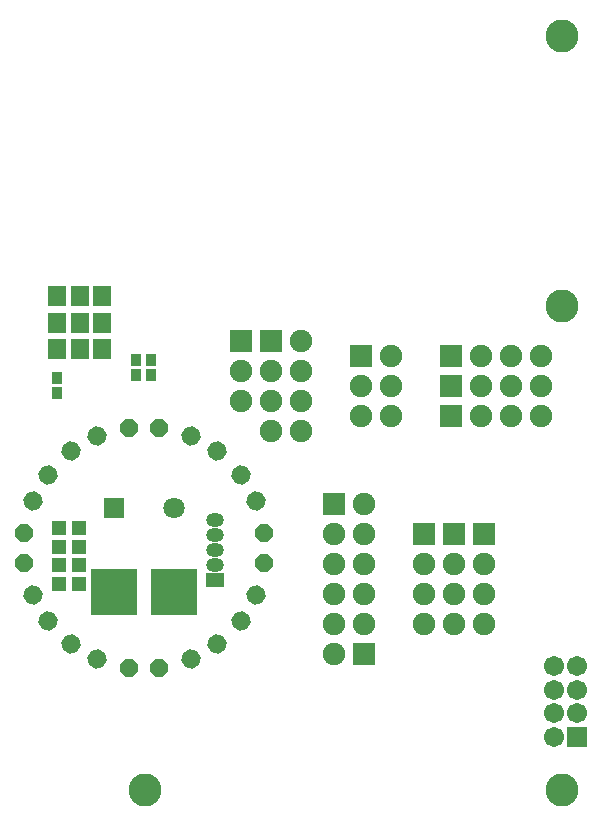
<source format=gts>
G04 DipTrace 3.0.0.2*
G04 TopMask.gbr*
%MOIN*%
G04 #@! TF.FileFunction,Soldermask,Top*
G04 #@! TF.Part,Single*
%AMOUTLINE0*5,1,8,0,0,0.066,-22.49998*%
%AMOUTLINE1*5,1,8,0,0,0.066,-262.500516*%
%AMOUTLINE2*5,1,8,0,0,0.066001,-232.500313*%
%AMOUTLINE3*5,1,8,0,0,0.066,7.499484*%
%AMOUTLINE4*5,1,8,0,0,0.066,-112.49998*%
%AMOUTLINE5*5,1,8,0,0,0.066,-202.49998*%
%AMOUTLINE6*5,1,8,0,0,0.066001,37.499687*%
%AMOUTLINE7*5,1,8,0,0,0.066,-82.500516*%
%AMOUTLINE8*5,1,8,0,0,0.066,-172.500516*%
%AMOUTLINE9*5,1,8,0,0,0.066,67.50002*%
%AMOUTLINE10*5,1,8,0,0,0.066001,-52.500313*%
%AMOUTLINE11*5,1,8,0,0,0.066001,-142.500313*%
%ADD46C,0.11*%
%ADD56R,0.070992X0.070992*%
%ADD58C,0.070992*%
%ADD60R,0.035559X0.043433*%
%ADD62R,0.059181X0.067055*%
%ADD70R,0.051307X0.04737*%
%ADD74R,0.158X0.158*%
%ADD76C,0.067055*%
%ADD78R,0.067055X0.067055*%
%ADD80O,0.059181X0.04737*%
%ADD82R,0.059181X0.04737*%
%ADD84C,0.074929*%
%ADD86R,0.074929X0.074929*%
%ADD98OUTLINE0*%
%ADD99OUTLINE1*%
%ADD100OUTLINE2*%
%ADD101OUTLINE3*%
%ADD102OUTLINE4*%
%ADD103OUTLINE5*%
%ADD104OUTLINE6*%
%ADD105OUTLINE7*%
%ADD106OUTLINE8*%
%ADD107OUTLINE9*%
%ADD108OUTLINE10*%
%ADD109OUTLINE11*%
%FSLAX26Y26*%
G04*
G70*
G90*
G75*
G01*
G04 TopMask*
%LPD*%
D86*
X1595002Y2001029D3*
D84*
X1695002D3*
X1595002Y1901029D3*
X1695002D3*
X1595002Y1801029D3*
X1695002D3*
D86*
X1295002Y2051029D3*
D84*
X1395002D3*
X1295002Y1951029D3*
X1395002D3*
X1295002Y1851029D3*
X1395002D3*
X1295002Y1751029D3*
X1395002D3*
D86*
X1895298Y2001034D3*
D84*
X1995298D3*
X2095298D3*
X2195298D3*
D86*
X1895034Y1901284D3*
D84*
X1995034D3*
X2095034D3*
X2195034D3*
D86*
X1895034Y1801273D3*
D84*
X1995034D3*
X2095034D3*
X2195034D3*
D86*
X1195002Y2051029D3*
D84*
Y1951029D3*
Y1851029D3*
D86*
X2006382Y1409185D3*
D84*
Y1309185D3*
Y1209185D3*
Y1109185D3*
D86*
X1906371Y1409185D3*
D84*
Y1309185D3*
Y1209185D3*
Y1109185D3*
D86*
X1806106Y1408912D3*
D84*
Y1308912D3*
Y1208912D3*
Y1108912D3*
D82*
X1110002Y1257029D3*
D80*
Y1307029D3*
Y1357029D3*
Y1407029D3*
Y1457029D3*
D78*
X2316278Y732919D3*
D76*
Y811659D3*
Y890399D3*
Y969139D3*
X2237538D3*
Y890399D3*
Y811659D3*
Y732919D3*
D74*
X771624Y1213898D3*
X973002Y1214029D3*
D70*
X657002Y1429042D3*
X590073D3*
X657002Y1366536D3*
X590073D3*
X657002Y1241522D3*
X590073D3*
X657002Y1304029D3*
X590073D3*
D98*
X823002Y963029D3*
X923002D3*
D99*
X1244468Y1519728D3*
X1194468Y1606331D3*
D100*
X1116304Y1684378D3*
X1029700Y1734378D3*
D101*
X1029702Y991564D3*
X1116304Y1041564D3*
D102*
X473002Y1413029D3*
Y1313029D3*
D103*
X923002Y1763029D3*
X823002D3*
D104*
X1194351Y1119728D3*
X1244351Y1206331D3*
D105*
X501537Y1206330D3*
X551537Y1119727D3*
D106*
X716303Y1734494D3*
X629700Y1684494D3*
D107*
X1273002Y1313029D3*
Y1413029D3*
D108*
X629701Y1041680D3*
X716305Y991680D3*
D109*
X551653Y1606330D3*
X501653Y1519727D3*
D86*
X1506502Y1508780D3*
D84*
X1606502D3*
X1506502Y1408780D3*
X1606502D3*
X1506502Y1308780D3*
X1606502D3*
X1506502Y1208780D3*
X1606502D3*
D86*
X1607002Y1009029D3*
D84*
X1507002D3*
X1607002Y1109029D3*
X1507002D3*
D62*
X583502Y2200529D3*
X658305D3*
X733502D3*
D60*
X581002Y1930210D3*
Y1879029D3*
D62*
X583502Y2025529D3*
X658305D3*
X733502D3*
X583502Y2113029D3*
X658305D3*
X733502D3*
D60*
X896002Y1938029D3*
Y1989210D3*
X846002Y1938029D3*
Y1989210D3*
D58*
X972002Y1496029D3*
D56*
X772002D3*
D46*
X2267002Y556029D3*
Y2170029D3*
Y3067530D3*
X877002Y556029D3*
M02*

</source>
